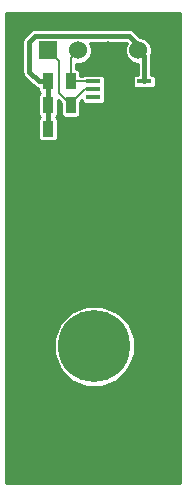
<source format=gtl>
G04 (created by PCBNEW-RS274X (2012-01-19 BZR 3256)-stable) date 09.11.2015 16:39:03*
G01*
G70*
G90*
%MOIN*%
G04 Gerber Fmt 3.4, Leading zero omitted, Abs format*
%FSLAX34Y34*%
G04 APERTURE LIST*
%ADD10C,0.006000*%
%ADD11C,0.240200*%
%ADD12R,0.050000X0.015000*%
%ADD13R,0.035000X0.055000*%
%ADD14R,0.060000X0.060000*%
%ADD15C,0.060000*%
%ADD16C,0.008000*%
%ADD17C,0.015700*%
%ADD18C,0.010000*%
G04 APERTURE END LIST*
G54D10*
G54D11*
X36583Y-22775D03*
G54D12*
X36561Y-13948D03*
X36561Y-14204D03*
X36561Y-14460D03*
X36561Y-14716D03*
X38261Y-14716D03*
X38261Y-14460D03*
X38261Y-14204D03*
X38261Y-13948D03*
G54D13*
X35048Y-15523D03*
X35798Y-15523D03*
X35798Y-13948D03*
X35048Y-13948D03*
X35798Y-14736D03*
X35048Y-14736D03*
G54D14*
X35055Y-12905D03*
G54D15*
X36055Y-12905D03*
X37055Y-12905D03*
X38055Y-12905D03*
G54D14*
X38124Y-16693D03*
G54D15*
X37124Y-16693D03*
X36124Y-16693D03*
X35124Y-16693D03*
G54D14*
X35124Y-17864D03*
G54D15*
X36124Y-17864D03*
X37124Y-17864D03*
X38124Y-17864D03*
G54D14*
X35134Y-19036D03*
G54D15*
X36134Y-19036D03*
X37134Y-19036D03*
X38134Y-19036D03*
G54D14*
X35134Y-20197D03*
G54D15*
X36134Y-20197D03*
X37134Y-20197D03*
X38134Y-20197D03*
G54D14*
X35203Y-25325D03*
G54D15*
X36203Y-25325D03*
X37203Y-25325D03*
X38203Y-25325D03*
G54D14*
X35232Y-26565D03*
G54D15*
X36232Y-26565D03*
X37232Y-26565D03*
X38232Y-26565D03*
G54D16*
X36561Y-14204D02*
X36270Y-14204D01*
X35798Y-14676D02*
X35798Y-14736D01*
X35798Y-14736D02*
X35797Y-14736D01*
X35403Y-13253D02*
X35055Y-12905D01*
X35403Y-14342D02*
X35403Y-13253D01*
X35797Y-14736D02*
X35403Y-14342D01*
X36270Y-14204D02*
X35798Y-14676D01*
X35798Y-13948D02*
X35798Y-13162D01*
X35798Y-13162D02*
X36055Y-12905D01*
X36561Y-13948D02*
X35798Y-13948D01*
G54D17*
X35048Y-13948D02*
X35048Y-14736D01*
X35048Y-14736D02*
X35048Y-15523D01*
X38261Y-13111D02*
X38055Y-12905D01*
X38261Y-13948D02*
X38261Y-13111D01*
X38055Y-12722D02*
X37756Y-12423D01*
X37756Y-12423D02*
X34606Y-12423D01*
X34606Y-12423D02*
X34410Y-12619D01*
X34410Y-12619D02*
X34410Y-13624D01*
X34410Y-13624D02*
X34734Y-13948D01*
X34734Y-13948D02*
X35048Y-13948D01*
X38055Y-12905D02*
X38055Y-12722D01*
G54D10*
G36*
X39448Y-27322D02*
X38660Y-27322D01*
X38660Y-14052D01*
X38660Y-13993D01*
X38660Y-13843D01*
X38637Y-13788D01*
X38595Y-13746D01*
X38540Y-13724D01*
X38489Y-13724D01*
X38489Y-13111D01*
X38478Y-13056D01*
X38504Y-12995D01*
X38504Y-12816D01*
X38436Y-12651D01*
X38310Y-12525D01*
X38145Y-12456D01*
X38111Y-12456D01*
X37917Y-12262D01*
X37844Y-12212D01*
X37756Y-12195D01*
X34606Y-12195D01*
X34518Y-12212D01*
X34445Y-12262D01*
X34249Y-12458D01*
X34199Y-12531D01*
X34182Y-12619D01*
X34182Y-13624D01*
X34199Y-13712D01*
X34249Y-13785D01*
X34573Y-14109D01*
X34646Y-14159D01*
X34647Y-14159D01*
X34724Y-14174D01*
X34724Y-14253D01*
X34747Y-14308D01*
X34781Y-14342D01*
X34746Y-14377D01*
X34724Y-14432D01*
X34724Y-14491D01*
X34724Y-15041D01*
X34747Y-15096D01*
X34780Y-15129D01*
X34746Y-15164D01*
X34724Y-15219D01*
X34724Y-15278D01*
X34724Y-15828D01*
X34747Y-15883D01*
X34789Y-15925D01*
X34844Y-15947D01*
X34903Y-15947D01*
X35253Y-15947D01*
X35308Y-15924D01*
X35350Y-15882D01*
X35372Y-15827D01*
X35372Y-15768D01*
X35372Y-15218D01*
X35349Y-15163D01*
X35315Y-15129D01*
X35350Y-15095D01*
X35372Y-15040D01*
X35372Y-14981D01*
X35372Y-14579D01*
X35474Y-14681D01*
X35474Y-15041D01*
X35497Y-15096D01*
X35539Y-15138D01*
X35594Y-15160D01*
X35653Y-15160D01*
X36003Y-15160D01*
X36058Y-15137D01*
X36100Y-15095D01*
X36122Y-15040D01*
X36122Y-14981D01*
X36122Y-14620D01*
X36166Y-14575D01*
X36185Y-14620D01*
X36227Y-14662D01*
X36282Y-14684D01*
X36341Y-14684D01*
X36841Y-14684D01*
X36896Y-14661D01*
X36938Y-14619D01*
X36960Y-14564D01*
X36960Y-14505D01*
X36960Y-14355D01*
X36950Y-14332D01*
X36960Y-14308D01*
X36960Y-14249D01*
X36960Y-14099D01*
X36950Y-14076D01*
X36960Y-14052D01*
X36960Y-13993D01*
X36960Y-13843D01*
X36937Y-13788D01*
X36895Y-13746D01*
X36840Y-13724D01*
X36781Y-13724D01*
X36281Y-13724D01*
X36226Y-13747D01*
X36215Y-13758D01*
X36122Y-13758D01*
X36122Y-13643D01*
X36099Y-13588D01*
X36057Y-13546D01*
X36002Y-13524D01*
X35988Y-13524D01*
X35988Y-13354D01*
X36144Y-13354D01*
X36309Y-13286D01*
X36435Y-13160D01*
X36504Y-12995D01*
X36504Y-12816D01*
X36436Y-12651D01*
X37661Y-12651D01*
X37670Y-12660D01*
X37606Y-12815D01*
X37606Y-12994D01*
X37674Y-13159D01*
X37800Y-13285D01*
X37965Y-13354D01*
X38033Y-13354D01*
X38033Y-13724D01*
X37981Y-13724D01*
X37926Y-13747D01*
X37884Y-13789D01*
X37862Y-13844D01*
X37862Y-13903D01*
X37862Y-14053D01*
X37885Y-14108D01*
X37927Y-14150D01*
X37982Y-14172D01*
X38041Y-14172D01*
X38240Y-14172D01*
X38261Y-14176D01*
X38281Y-14172D01*
X38541Y-14172D01*
X38596Y-14149D01*
X38638Y-14107D01*
X38660Y-14052D01*
X38660Y-27322D01*
X37934Y-27322D01*
X37934Y-22508D01*
X37729Y-22011D01*
X37350Y-21631D01*
X36853Y-21425D01*
X36316Y-21424D01*
X35819Y-21629D01*
X35439Y-22008D01*
X35233Y-22505D01*
X35232Y-23042D01*
X35437Y-23539D01*
X35816Y-23919D01*
X36313Y-24125D01*
X36850Y-24126D01*
X37347Y-23921D01*
X37727Y-23542D01*
X37933Y-23045D01*
X37934Y-22508D01*
X37934Y-27322D01*
X33643Y-27322D01*
X33643Y-11674D01*
X39448Y-11674D01*
X39448Y-27322D01*
X39448Y-27322D01*
G37*
G54D18*
X39448Y-27322D02*
X38660Y-27322D01*
X38660Y-14052D01*
X38660Y-13993D01*
X38660Y-13843D01*
X38637Y-13788D01*
X38595Y-13746D01*
X38540Y-13724D01*
X38489Y-13724D01*
X38489Y-13111D01*
X38478Y-13056D01*
X38504Y-12995D01*
X38504Y-12816D01*
X38436Y-12651D01*
X38310Y-12525D01*
X38145Y-12456D01*
X38111Y-12456D01*
X37917Y-12262D01*
X37844Y-12212D01*
X37756Y-12195D01*
X34606Y-12195D01*
X34518Y-12212D01*
X34445Y-12262D01*
X34249Y-12458D01*
X34199Y-12531D01*
X34182Y-12619D01*
X34182Y-13624D01*
X34199Y-13712D01*
X34249Y-13785D01*
X34573Y-14109D01*
X34646Y-14159D01*
X34647Y-14159D01*
X34724Y-14174D01*
X34724Y-14253D01*
X34747Y-14308D01*
X34781Y-14342D01*
X34746Y-14377D01*
X34724Y-14432D01*
X34724Y-14491D01*
X34724Y-15041D01*
X34747Y-15096D01*
X34780Y-15129D01*
X34746Y-15164D01*
X34724Y-15219D01*
X34724Y-15278D01*
X34724Y-15828D01*
X34747Y-15883D01*
X34789Y-15925D01*
X34844Y-15947D01*
X34903Y-15947D01*
X35253Y-15947D01*
X35308Y-15924D01*
X35350Y-15882D01*
X35372Y-15827D01*
X35372Y-15768D01*
X35372Y-15218D01*
X35349Y-15163D01*
X35315Y-15129D01*
X35350Y-15095D01*
X35372Y-15040D01*
X35372Y-14981D01*
X35372Y-14579D01*
X35474Y-14681D01*
X35474Y-15041D01*
X35497Y-15096D01*
X35539Y-15138D01*
X35594Y-15160D01*
X35653Y-15160D01*
X36003Y-15160D01*
X36058Y-15137D01*
X36100Y-15095D01*
X36122Y-15040D01*
X36122Y-14981D01*
X36122Y-14620D01*
X36166Y-14575D01*
X36185Y-14620D01*
X36227Y-14662D01*
X36282Y-14684D01*
X36341Y-14684D01*
X36841Y-14684D01*
X36896Y-14661D01*
X36938Y-14619D01*
X36960Y-14564D01*
X36960Y-14505D01*
X36960Y-14355D01*
X36950Y-14332D01*
X36960Y-14308D01*
X36960Y-14249D01*
X36960Y-14099D01*
X36950Y-14076D01*
X36960Y-14052D01*
X36960Y-13993D01*
X36960Y-13843D01*
X36937Y-13788D01*
X36895Y-13746D01*
X36840Y-13724D01*
X36781Y-13724D01*
X36281Y-13724D01*
X36226Y-13747D01*
X36215Y-13758D01*
X36122Y-13758D01*
X36122Y-13643D01*
X36099Y-13588D01*
X36057Y-13546D01*
X36002Y-13524D01*
X35988Y-13524D01*
X35988Y-13354D01*
X36144Y-13354D01*
X36309Y-13286D01*
X36435Y-13160D01*
X36504Y-12995D01*
X36504Y-12816D01*
X36436Y-12651D01*
X37661Y-12651D01*
X37670Y-12660D01*
X37606Y-12815D01*
X37606Y-12994D01*
X37674Y-13159D01*
X37800Y-13285D01*
X37965Y-13354D01*
X38033Y-13354D01*
X38033Y-13724D01*
X37981Y-13724D01*
X37926Y-13747D01*
X37884Y-13789D01*
X37862Y-13844D01*
X37862Y-13903D01*
X37862Y-14053D01*
X37885Y-14108D01*
X37927Y-14150D01*
X37982Y-14172D01*
X38041Y-14172D01*
X38240Y-14172D01*
X38261Y-14176D01*
X38281Y-14172D01*
X38541Y-14172D01*
X38596Y-14149D01*
X38638Y-14107D01*
X38660Y-14052D01*
X38660Y-27322D01*
X37934Y-27322D01*
X37934Y-22508D01*
X37729Y-22011D01*
X37350Y-21631D01*
X36853Y-21425D01*
X36316Y-21424D01*
X35819Y-21629D01*
X35439Y-22008D01*
X35233Y-22505D01*
X35232Y-23042D01*
X35437Y-23539D01*
X35816Y-23919D01*
X36313Y-24125D01*
X36850Y-24126D01*
X37347Y-23921D01*
X37727Y-23542D01*
X37933Y-23045D01*
X37934Y-22508D01*
X37934Y-27322D01*
X33643Y-27322D01*
X33643Y-11674D01*
X39448Y-11674D01*
X39448Y-27322D01*
M02*

</source>
